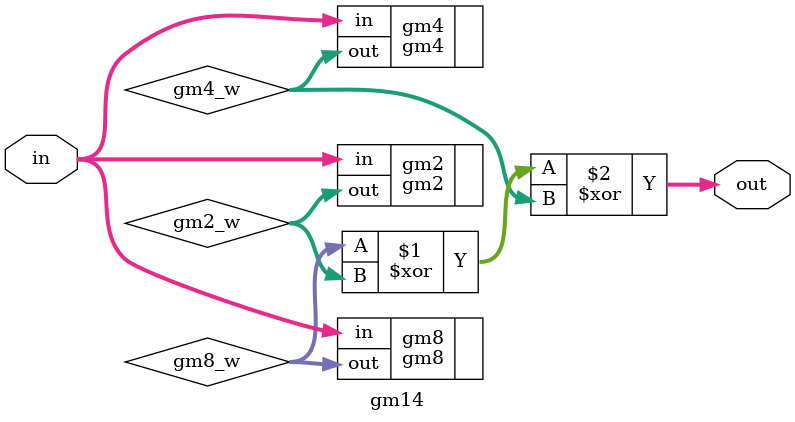
<source format=sv>
module gm14 (input logic [7:0] in,
             output logic [7:0] out);

logic [7:0] gm8_w;
logic [7:0] gm4_w;
logic [7:0] gm2_w;

gm8 gm8 (.in (in),
           .out(gm8_w));

gm4 gm4 (.in (in),
           .out(gm4_w));
           
gm2 gm2 (.in (in),
           .out(gm2_w));           
assign out = gm8_w ^ gm2_w ^ gm4_w;
    
endmodule
</source>
